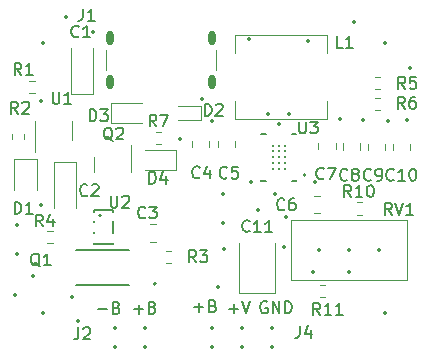
<source format=gto>
%TF.GenerationSoftware,KiCad,Pcbnew,7.0.9*%
%TF.CreationDate,2023-11-18T02:34:39+02:00*%
%TF.ProjectId,BMS_Buck-Boost,424d535f-4275-4636-9b2d-426f6f73742e,rev?*%
%TF.SameCoordinates,Original*%
%TF.FileFunction,Legend,Top*%
%TF.FilePolarity,Positive*%
%FSLAX46Y46*%
G04 Gerber Fmt 4.6, Leading zero omitted, Abs format (unit mm)*
G04 Created by KiCad (PCBNEW 7.0.9) date 2023-11-18 02:34:39*
%MOMM*%
%LPD*%
G01*
G04 APERTURE LIST*
%ADD10C,0.150000*%
%ADD11C,0.120000*%
%ADD12C,0.127000*%
%ADD13C,0.200000*%
%ADD14C,0.152400*%
%ADD15C,0.350000*%
%ADD16O,0.600000X1.200000*%
%ADD17C,0.200000*%
G04 APERTURE END LIST*
D10*
X162176779Y-104328866D02*
X162938684Y-104328866D01*
X162557731Y-104709819D02*
X162557731Y-103947914D01*
X163748207Y-104186009D02*
X163891064Y-104233628D01*
X163891064Y-104233628D02*
X163938683Y-104281247D01*
X163938683Y-104281247D02*
X163986302Y-104376485D01*
X163986302Y-104376485D02*
X163986302Y-104519342D01*
X163986302Y-104519342D02*
X163938683Y-104614580D01*
X163938683Y-104614580D02*
X163891064Y-104662200D01*
X163891064Y-104662200D02*
X163795826Y-104709819D01*
X163795826Y-104709819D02*
X163414874Y-104709819D01*
X163414874Y-104709819D02*
X163414874Y-103709819D01*
X163414874Y-103709819D02*
X163748207Y-103709819D01*
X163748207Y-103709819D02*
X163843445Y-103757438D01*
X163843445Y-103757438D02*
X163891064Y-103805057D01*
X163891064Y-103805057D02*
X163938683Y-103900295D01*
X163938683Y-103900295D02*
X163938683Y-103995533D01*
X163938683Y-103995533D02*
X163891064Y-104090771D01*
X163891064Y-104090771D02*
X163843445Y-104138390D01*
X163843445Y-104138390D02*
X163748207Y-104186009D01*
X163748207Y-104186009D02*
X163414874Y-104186009D01*
X173430588Y-103717438D02*
X173335350Y-103669819D01*
X173335350Y-103669819D02*
X173192493Y-103669819D01*
X173192493Y-103669819D02*
X173049636Y-103717438D01*
X173049636Y-103717438D02*
X172954398Y-103812676D01*
X172954398Y-103812676D02*
X172906779Y-103907914D01*
X172906779Y-103907914D02*
X172859160Y-104098390D01*
X172859160Y-104098390D02*
X172859160Y-104241247D01*
X172859160Y-104241247D02*
X172906779Y-104431723D01*
X172906779Y-104431723D02*
X172954398Y-104526961D01*
X172954398Y-104526961D02*
X173049636Y-104622200D01*
X173049636Y-104622200D02*
X173192493Y-104669819D01*
X173192493Y-104669819D02*
X173287731Y-104669819D01*
X173287731Y-104669819D02*
X173430588Y-104622200D01*
X173430588Y-104622200D02*
X173478207Y-104574580D01*
X173478207Y-104574580D02*
X173478207Y-104241247D01*
X173478207Y-104241247D02*
X173287731Y-104241247D01*
X173906779Y-104669819D02*
X173906779Y-103669819D01*
X173906779Y-103669819D02*
X174478207Y-104669819D01*
X174478207Y-104669819D02*
X174478207Y-103669819D01*
X174954398Y-104669819D02*
X174954398Y-103669819D01*
X174954398Y-103669819D02*
X175192493Y-103669819D01*
X175192493Y-103669819D02*
X175335350Y-103717438D01*
X175335350Y-103717438D02*
X175430588Y-103812676D01*
X175430588Y-103812676D02*
X175478207Y-103907914D01*
X175478207Y-103907914D02*
X175525826Y-104098390D01*
X175525826Y-104098390D02*
X175525826Y-104241247D01*
X175525826Y-104241247D02*
X175478207Y-104431723D01*
X175478207Y-104431723D02*
X175430588Y-104526961D01*
X175430588Y-104526961D02*
X175335350Y-104622200D01*
X175335350Y-104622200D02*
X175192493Y-104669819D01*
X175192493Y-104669819D02*
X174954398Y-104669819D01*
X167286779Y-104188866D02*
X168048684Y-104188866D01*
X167667731Y-104569819D02*
X167667731Y-103807914D01*
X168858207Y-104046009D02*
X169001064Y-104093628D01*
X169001064Y-104093628D02*
X169048683Y-104141247D01*
X169048683Y-104141247D02*
X169096302Y-104236485D01*
X169096302Y-104236485D02*
X169096302Y-104379342D01*
X169096302Y-104379342D02*
X169048683Y-104474580D01*
X169048683Y-104474580D02*
X169001064Y-104522200D01*
X169001064Y-104522200D02*
X168905826Y-104569819D01*
X168905826Y-104569819D02*
X168524874Y-104569819D01*
X168524874Y-104569819D02*
X168524874Y-103569819D01*
X168524874Y-103569819D02*
X168858207Y-103569819D01*
X168858207Y-103569819D02*
X168953445Y-103617438D01*
X168953445Y-103617438D02*
X169001064Y-103665057D01*
X169001064Y-103665057D02*
X169048683Y-103760295D01*
X169048683Y-103760295D02*
X169048683Y-103855533D01*
X169048683Y-103855533D02*
X169001064Y-103950771D01*
X169001064Y-103950771D02*
X168953445Y-103998390D01*
X168953445Y-103998390D02*
X168858207Y-104046009D01*
X168858207Y-104046009D02*
X168524874Y-104046009D01*
X159126779Y-104338866D02*
X159888684Y-104338866D01*
X160698207Y-104196009D02*
X160841064Y-104243628D01*
X160841064Y-104243628D02*
X160888683Y-104291247D01*
X160888683Y-104291247D02*
X160936302Y-104386485D01*
X160936302Y-104386485D02*
X160936302Y-104529342D01*
X160936302Y-104529342D02*
X160888683Y-104624580D01*
X160888683Y-104624580D02*
X160841064Y-104672200D01*
X160841064Y-104672200D02*
X160745826Y-104719819D01*
X160745826Y-104719819D02*
X160364874Y-104719819D01*
X160364874Y-104719819D02*
X160364874Y-103719819D01*
X160364874Y-103719819D02*
X160698207Y-103719819D01*
X160698207Y-103719819D02*
X160793445Y-103767438D01*
X160793445Y-103767438D02*
X160841064Y-103815057D01*
X160841064Y-103815057D02*
X160888683Y-103910295D01*
X160888683Y-103910295D02*
X160888683Y-104005533D01*
X160888683Y-104005533D02*
X160841064Y-104100771D01*
X160841064Y-104100771D02*
X160793445Y-104148390D01*
X160793445Y-104148390D02*
X160698207Y-104196009D01*
X160698207Y-104196009D02*
X160364874Y-104196009D01*
X170226779Y-104288866D02*
X170988684Y-104288866D01*
X170607731Y-104669819D02*
X170607731Y-103907914D01*
X171322017Y-103669819D02*
X171655350Y-104669819D01*
X171655350Y-104669819D02*
X171988683Y-103669819D01*
X185100933Y-87348219D02*
X184767600Y-86872028D01*
X184529505Y-87348219D02*
X184529505Y-86348219D01*
X184529505Y-86348219D02*
X184910457Y-86348219D01*
X184910457Y-86348219D02*
X185005695Y-86395838D01*
X185005695Y-86395838D02*
X185053314Y-86443457D01*
X185053314Y-86443457D02*
X185100933Y-86538695D01*
X185100933Y-86538695D02*
X185100933Y-86681552D01*
X185100933Y-86681552D02*
X185053314Y-86776790D01*
X185053314Y-86776790D02*
X185005695Y-86824409D01*
X185005695Y-86824409D02*
X184910457Y-86872028D01*
X184910457Y-86872028D02*
X184529505Y-86872028D01*
X185958076Y-86348219D02*
X185767600Y-86348219D01*
X185767600Y-86348219D02*
X185672362Y-86395838D01*
X185672362Y-86395838D02*
X185624743Y-86443457D01*
X185624743Y-86443457D02*
X185529505Y-86586314D01*
X185529505Y-86586314D02*
X185481886Y-86776790D01*
X185481886Y-86776790D02*
X185481886Y-87157742D01*
X185481886Y-87157742D02*
X185529505Y-87252980D01*
X185529505Y-87252980D02*
X185577124Y-87300600D01*
X185577124Y-87300600D02*
X185672362Y-87348219D01*
X185672362Y-87348219D02*
X185862838Y-87348219D01*
X185862838Y-87348219D02*
X185958076Y-87300600D01*
X185958076Y-87300600D02*
X186005695Y-87252980D01*
X186005695Y-87252980D02*
X186053314Y-87157742D01*
X186053314Y-87157742D02*
X186053314Y-86919647D01*
X186053314Y-86919647D02*
X186005695Y-86824409D01*
X186005695Y-86824409D02*
X185958076Y-86776790D01*
X185958076Y-86776790D02*
X185862838Y-86729171D01*
X185862838Y-86729171D02*
X185672362Y-86729171D01*
X185672362Y-86729171D02*
X185577124Y-86776790D01*
X185577124Y-86776790D02*
X185529505Y-86824409D01*
X185529505Y-86824409D02*
X185481886Y-86919647D01*
X185126333Y-85671819D02*
X184793000Y-85195628D01*
X184554905Y-85671819D02*
X184554905Y-84671819D01*
X184554905Y-84671819D02*
X184935857Y-84671819D01*
X184935857Y-84671819D02*
X185031095Y-84719438D01*
X185031095Y-84719438D02*
X185078714Y-84767057D01*
X185078714Y-84767057D02*
X185126333Y-84862295D01*
X185126333Y-84862295D02*
X185126333Y-85005152D01*
X185126333Y-85005152D02*
X185078714Y-85100390D01*
X185078714Y-85100390D02*
X185031095Y-85148009D01*
X185031095Y-85148009D02*
X184935857Y-85195628D01*
X184935857Y-85195628D02*
X184554905Y-85195628D01*
X186031095Y-84671819D02*
X185554905Y-84671819D01*
X185554905Y-84671819D02*
X185507286Y-85148009D01*
X185507286Y-85148009D02*
X185554905Y-85100390D01*
X185554905Y-85100390D02*
X185650143Y-85052771D01*
X185650143Y-85052771D02*
X185888238Y-85052771D01*
X185888238Y-85052771D02*
X185983476Y-85100390D01*
X185983476Y-85100390D02*
X186031095Y-85148009D01*
X186031095Y-85148009D02*
X186078714Y-85243247D01*
X186078714Y-85243247D02*
X186078714Y-85481342D01*
X186078714Y-85481342D02*
X186031095Y-85576580D01*
X186031095Y-85576580D02*
X185983476Y-85624200D01*
X185983476Y-85624200D02*
X185888238Y-85671819D01*
X185888238Y-85671819D02*
X185650143Y-85671819D01*
X185650143Y-85671819D02*
X185554905Y-85624200D01*
X185554905Y-85624200D02*
X185507286Y-85576580D01*
X180557142Y-94820619D02*
X180223809Y-94344428D01*
X179985714Y-94820619D02*
X179985714Y-93820619D01*
X179985714Y-93820619D02*
X180366666Y-93820619D01*
X180366666Y-93820619D02*
X180461904Y-93868238D01*
X180461904Y-93868238D02*
X180509523Y-93915857D01*
X180509523Y-93915857D02*
X180557142Y-94011095D01*
X180557142Y-94011095D02*
X180557142Y-94153952D01*
X180557142Y-94153952D02*
X180509523Y-94249190D01*
X180509523Y-94249190D02*
X180461904Y-94296809D01*
X180461904Y-94296809D02*
X180366666Y-94344428D01*
X180366666Y-94344428D02*
X179985714Y-94344428D01*
X181509523Y-94820619D02*
X180938095Y-94820619D01*
X181223809Y-94820619D02*
X181223809Y-93820619D01*
X181223809Y-93820619D02*
X181128571Y-93963476D01*
X181128571Y-93963476D02*
X181033333Y-94058714D01*
X181033333Y-94058714D02*
X180938095Y-94106333D01*
X182128571Y-93820619D02*
X182223809Y-93820619D01*
X182223809Y-93820619D02*
X182319047Y-93868238D01*
X182319047Y-93868238D02*
X182366666Y-93915857D01*
X182366666Y-93915857D02*
X182414285Y-94011095D01*
X182414285Y-94011095D02*
X182461904Y-94201571D01*
X182461904Y-94201571D02*
X182461904Y-94439666D01*
X182461904Y-94439666D02*
X182414285Y-94630142D01*
X182414285Y-94630142D02*
X182366666Y-94725380D01*
X182366666Y-94725380D02*
X182319047Y-94773000D01*
X182319047Y-94773000D02*
X182223809Y-94820619D01*
X182223809Y-94820619D02*
X182128571Y-94820619D01*
X182128571Y-94820619D02*
X182033333Y-94773000D01*
X182033333Y-94773000D02*
X181985714Y-94725380D01*
X181985714Y-94725380D02*
X181938095Y-94630142D01*
X181938095Y-94630142D02*
X181890476Y-94439666D01*
X181890476Y-94439666D02*
X181890476Y-94201571D01*
X181890476Y-94201571D02*
X181938095Y-94011095D01*
X181938095Y-94011095D02*
X181985714Y-93915857D01*
X181985714Y-93915857D02*
X182033333Y-93868238D01*
X182033333Y-93868238D02*
X182128571Y-93820619D01*
X163133333Y-96559580D02*
X163085714Y-96607200D01*
X163085714Y-96607200D02*
X162942857Y-96654819D01*
X162942857Y-96654819D02*
X162847619Y-96654819D01*
X162847619Y-96654819D02*
X162704762Y-96607200D01*
X162704762Y-96607200D02*
X162609524Y-96511961D01*
X162609524Y-96511961D02*
X162561905Y-96416723D01*
X162561905Y-96416723D02*
X162514286Y-96226247D01*
X162514286Y-96226247D02*
X162514286Y-96083390D01*
X162514286Y-96083390D02*
X162561905Y-95892914D01*
X162561905Y-95892914D02*
X162609524Y-95797676D01*
X162609524Y-95797676D02*
X162704762Y-95702438D01*
X162704762Y-95702438D02*
X162847619Y-95654819D01*
X162847619Y-95654819D02*
X162942857Y-95654819D01*
X162942857Y-95654819D02*
X163085714Y-95702438D01*
X163085714Y-95702438D02*
X163133333Y-95750057D01*
X163466667Y-95654819D02*
X164085714Y-95654819D01*
X164085714Y-95654819D02*
X163752381Y-96035771D01*
X163752381Y-96035771D02*
X163895238Y-96035771D01*
X163895238Y-96035771D02*
X163990476Y-96083390D01*
X163990476Y-96083390D02*
X164038095Y-96131009D01*
X164038095Y-96131009D02*
X164085714Y-96226247D01*
X164085714Y-96226247D02*
X164085714Y-96464342D01*
X164085714Y-96464342D02*
X164038095Y-96559580D01*
X164038095Y-96559580D02*
X163990476Y-96607200D01*
X163990476Y-96607200D02*
X163895238Y-96654819D01*
X163895238Y-96654819D02*
X163609524Y-96654819D01*
X163609524Y-96654819D02*
X163514286Y-96607200D01*
X163514286Y-96607200D02*
X163466667Y-96559580D01*
X154204761Y-100720057D02*
X154109523Y-100672438D01*
X154109523Y-100672438D02*
X154014285Y-100577200D01*
X154014285Y-100577200D02*
X153871428Y-100434342D01*
X153871428Y-100434342D02*
X153776190Y-100386723D01*
X153776190Y-100386723D02*
X153680952Y-100386723D01*
X153728571Y-100624819D02*
X153633333Y-100577200D01*
X153633333Y-100577200D02*
X153538095Y-100481961D01*
X153538095Y-100481961D02*
X153490476Y-100291485D01*
X153490476Y-100291485D02*
X153490476Y-99958152D01*
X153490476Y-99958152D02*
X153538095Y-99767676D01*
X153538095Y-99767676D02*
X153633333Y-99672438D01*
X153633333Y-99672438D02*
X153728571Y-99624819D01*
X153728571Y-99624819D02*
X153919047Y-99624819D01*
X153919047Y-99624819D02*
X154014285Y-99672438D01*
X154014285Y-99672438D02*
X154109523Y-99767676D01*
X154109523Y-99767676D02*
X154157142Y-99958152D01*
X154157142Y-99958152D02*
X154157142Y-100291485D01*
X154157142Y-100291485D02*
X154109523Y-100481961D01*
X154109523Y-100481961D02*
X154014285Y-100577200D01*
X154014285Y-100577200D02*
X153919047Y-100624819D01*
X153919047Y-100624819D02*
X153728571Y-100624819D01*
X155109523Y-100624819D02*
X154538095Y-100624819D01*
X154823809Y-100624819D02*
X154823809Y-99624819D01*
X154823809Y-99624819D02*
X154728571Y-99767676D01*
X154728571Y-99767676D02*
X154633333Y-99862914D01*
X154633333Y-99862914D02*
X154538095Y-99910533D01*
X152068305Y-96263619D02*
X152068305Y-95263619D01*
X152068305Y-95263619D02*
X152306400Y-95263619D01*
X152306400Y-95263619D02*
X152449257Y-95311238D01*
X152449257Y-95311238D02*
X152544495Y-95406476D01*
X152544495Y-95406476D02*
X152592114Y-95501714D01*
X152592114Y-95501714D02*
X152639733Y-95692190D01*
X152639733Y-95692190D02*
X152639733Y-95835047D01*
X152639733Y-95835047D02*
X152592114Y-96025523D01*
X152592114Y-96025523D02*
X152544495Y-96120761D01*
X152544495Y-96120761D02*
X152449257Y-96216000D01*
X152449257Y-96216000D02*
X152306400Y-96263619D01*
X152306400Y-96263619D02*
X152068305Y-96263619D01*
X153592114Y-96263619D02*
X153020686Y-96263619D01*
X153306400Y-96263619D02*
X153306400Y-95263619D01*
X153306400Y-95263619D02*
X153211162Y-95406476D01*
X153211162Y-95406476D02*
X153115924Y-95501714D01*
X153115924Y-95501714D02*
X153020686Y-95549333D01*
X171957142Y-97702080D02*
X171909523Y-97749700D01*
X171909523Y-97749700D02*
X171766666Y-97797319D01*
X171766666Y-97797319D02*
X171671428Y-97797319D01*
X171671428Y-97797319D02*
X171528571Y-97749700D01*
X171528571Y-97749700D02*
X171433333Y-97654461D01*
X171433333Y-97654461D02*
X171385714Y-97559223D01*
X171385714Y-97559223D02*
X171338095Y-97368747D01*
X171338095Y-97368747D02*
X171338095Y-97225890D01*
X171338095Y-97225890D02*
X171385714Y-97035414D01*
X171385714Y-97035414D02*
X171433333Y-96940176D01*
X171433333Y-96940176D02*
X171528571Y-96844938D01*
X171528571Y-96844938D02*
X171671428Y-96797319D01*
X171671428Y-96797319D02*
X171766666Y-96797319D01*
X171766666Y-96797319D02*
X171909523Y-96844938D01*
X171909523Y-96844938D02*
X171957142Y-96892557D01*
X172909523Y-97797319D02*
X172338095Y-97797319D01*
X172623809Y-97797319D02*
X172623809Y-96797319D01*
X172623809Y-96797319D02*
X172528571Y-96940176D01*
X172528571Y-96940176D02*
X172433333Y-97035414D01*
X172433333Y-97035414D02*
X172338095Y-97083033D01*
X173861904Y-97797319D02*
X173290476Y-97797319D01*
X173576190Y-97797319D02*
X173576190Y-96797319D01*
X173576190Y-96797319D02*
X173480952Y-96940176D01*
X173480952Y-96940176D02*
X173385714Y-97035414D01*
X173385714Y-97035414D02*
X173290476Y-97083033D01*
X157491133Y-81233180D02*
X157443514Y-81280800D01*
X157443514Y-81280800D02*
X157300657Y-81328419D01*
X157300657Y-81328419D02*
X157205419Y-81328419D01*
X157205419Y-81328419D02*
X157062562Y-81280800D01*
X157062562Y-81280800D02*
X156967324Y-81185561D01*
X156967324Y-81185561D02*
X156919705Y-81090323D01*
X156919705Y-81090323D02*
X156872086Y-80899847D01*
X156872086Y-80899847D02*
X156872086Y-80756990D01*
X156872086Y-80756990D02*
X156919705Y-80566514D01*
X156919705Y-80566514D02*
X156967324Y-80471276D01*
X156967324Y-80471276D02*
X157062562Y-80376038D01*
X157062562Y-80376038D02*
X157205419Y-80328419D01*
X157205419Y-80328419D02*
X157300657Y-80328419D01*
X157300657Y-80328419D02*
X157443514Y-80376038D01*
X157443514Y-80376038D02*
X157491133Y-80423657D01*
X158443514Y-81328419D02*
X157872086Y-81328419D01*
X158157800Y-81328419D02*
X158157800Y-80328419D01*
X158157800Y-80328419D02*
X158062562Y-80471276D01*
X158062562Y-80471276D02*
X157967324Y-80566514D01*
X157967324Y-80566514D02*
X157872086Y-80614133D01*
X157832466Y-78906019D02*
X157832466Y-79620304D01*
X157832466Y-79620304D02*
X157784847Y-79763161D01*
X157784847Y-79763161D02*
X157689609Y-79858400D01*
X157689609Y-79858400D02*
X157546752Y-79906019D01*
X157546752Y-79906019D02*
X157451514Y-79906019D01*
X158832466Y-79906019D02*
X158261038Y-79906019D01*
X158546752Y-79906019D02*
X158546752Y-78906019D01*
X158546752Y-78906019D02*
X158451514Y-79048876D01*
X158451514Y-79048876D02*
X158356276Y-79144114D01*
X158356276Y-79144114D02*
X158261038Y-79191733D01*
X152639733Y-84503419D02*
X152306400Y-84027228D01*
X152068305Y-84503419D02*
X152068305Y-83503419D01*
X152068305Y-83503419D02*
X152449257Y-83503419D01*
X152449257Y-83503419D02*
X152544495Y-83551038D01*
X152544495Y-83551038D02*
X152592114Y-83598657D01*
X152592114Y-83598657D02*
X152639733Y-83693895D01*
X152639733Y-83693895D02*
X152639733Y-83836752D01*
X152639733Y-83836752D02*
X152592114Y-83931990D01*
X152592114Y-83931990D02*
X152544495Y-83979609D01*
X152544495Y-83979609D02*
X152449257Y-84027228D01*
X152449257Y-84027228D02*
X152068305Y-84027228D01*
X153592114Y-84503419D02*
X153020686Y-84503419D01*
X153306400Y-84503419D02*
X153306400Y-83503419D01*
X153306400Y-83503419D02*
X153211162Y-83646276D01*
X153211162Y-83646276D02*
X153115924Y-83741514D01*
X153115924Y-83741514D02*
X153020686Y-83789133D01*
X184157142Y-93359580D02*
X184109523Y-93407200D01*
X184109523Y-93407200D02*
X183966666Y-93454819D01*
X183966666Y-93454819D02*
X183871428Y-93454819D01*
X183871428Y-93454819D02*
X183728571Y-93407200D01*
X183728571Y-93407200D02*
X183633333Y-93311961D01*
X183633333Y-93311961D02*
X183585714Y-93216723D01*
X183585714Y-93216723D02*
X183538095Y-93026247D01*
X183538095Y-93026247D02*
X183538095Y-92883390D01*
X183538095Y-92883390D02*
X183585714Y-92692914D01*
X183585714Y-92692914D02*
X183633333Y-92597676D01*
X183633333Y-92597676D02*
X183728571Y-92502438D01*
X183728571Y-92502438D02*
X183871428Y-92454819D01*
X183871428Y-92454819D02*
X183966666Y-92454819D01*
X183966666Y-92454819D02*
X184109523Y-92502438D01*
X184109523Y-92502438D02*
X184157142Y-92550057D01*
X185109523Y-93454819D02*
X184538095Y-93454819D01*
X184823809Y-93454819D02*
X184823809Y-92454819D01*
X184823809Y-92454819D02*
X184728571Y-92597676D01*
X184728571Y-92597676D02*
X184633333Y-92692914D01*
X184633333Y-92692914D02*
X184538095Y-92740533D01*
X185728571Y-92454819D02*
X185823809Y-92454819D01*
X185823809Y-92454819D02*
X185919047Y-92502438D01*
X185919047Y-92502438D02*
X185966666Y-92550057D01*
X185966666Y-92550057D02*
X186014285Y-92645295D01*
X186014285Y-92645295D02*
X186061904Y-92835771D01*
X186061904Y-92835771D02*
X186061904Y-93073866D01*
X186061904Y-93073866D02*
X186014285Y-93264342D01*
X186014285Y-93264342D02*
X185966666Y-93359580D01*
X185966666Y-93359580D02*
X185919047Y-93407200D01*
X185919047Y-93407200D02*
X185823809Y-93454819D01*
X185823809Y-93454819D02*
X185728571Y-93454819D01*
X185728571Y-93454819D02*
X185633333Y-93407200D01*
X185633333Y-93407200D02*
X185585714Y-93359580D01*
X185585714Y-93359580D02*
X185538095Y-93264342D01*
X185538095Y-93264342D02*
X185490476Y-93073866D01*
X185490476Y-93073866D02*
X185490476Y-92835771D01*
X185490476Y-92835771D02*
X185538095Y-92645295D01*
X185538095Y-92645295D02*
X185585714Y-92550057D01*
X185585714Y-92550057D02*
X185633333Y-92502438D01*
X185633333Y-92502438D02*
X185728571Y-92454819D01*
X184004761Y-96354819D02*
X183671428Y-95878628D01*
X183433333Y-96354819D02*
X183433333Y-95354819D01*
X183433333Y-95354819D02*
X183814285Y-95354819D01*
X183814285Y-95354819D02*
X183909523Y-95402438D01*
X183909523Y-95402438D02*
X183957142Y-95450057D01*
X183957142Y-95450057D02*
X184004761Y-95545295D01*
X184004761Y-95545295D02*
X184004761Y-95688152D01*
X184004761Y-95688152D02*
X183957142Y-95783390D01*
X183957142Y-95783390D02*
X183909523Y-95831009D01*
X183909523Y-95831009D02*
X183814285Y-95878628D01*
X183814285Y-95878628D02*
X183433333Y-95878628D01*
X184290476Y-95354819D02*
X184623809Y-96354819D01*
X184623809Y-96354819D02*
X184957142Y-95354819D01*
X185814285Y-96354819D02*
X185242857Y-96354819D01*
X185528571Y-96354819D02*
X185528571Y-95354819D01*
X185528571Y-95354819D02*
X185433333Y-95497676D01*
X185433333Y-95497676D02*
X185338095Y-95592914D01*
X185338095Y-95592914D02*
X185242857Y-95640533D01*
X170046533Y-93185180D02*
X169998914Y-93232800D01*
X169998914Y-93232800D02*
X169856057Y-93280419D01*
X169856057Y-93280419D02*
X169760819Y-93280419D01*
X169760819Y-93280419D02*
X169617962Y-93232800D01*
X169617962Y-93232800D02*
X169522724Y-93137561D01*
X169522724Y-93137561D02*
X169475105Y-93042323D01*
X169475105Y-93042323D02*
X169427486Y-92851847D01*
X169427486Y-92851847D02*
X169427486Y-92708990D01*
X169427486Y-92708990D02*
X169475105Y-92518514D01*
X169475105Y-92518514D02*
X169522724Y-92423276D01*
X169522724Y-92423276D02*
X169617962Y-92328038D01*
X169617962Y-92328038D02*
X169760819Y-92280419D01*
X169760819Y-92280419D02*
X169856057Y-92280419D01*
X169856057Y-92280419D02*
X169998914Y-92328038D01*
X169998914Y-92328038D02*
X170046533Y-92375657D01*
X170951295Y-92280419D02*
X170475105Y-92280419D01*
X170475105Y-92280419D02*
X170427486Y-92756609D01*
X170427486Y-92756609D02*
X170475105Y-92708990D01*
X170475105Y-92708990D02*
X170570343Y-92661371D01*
X170570343Y-92661371D02*
X170808438Y-92661371D01*
X170808438Y-92661371D02*
X170903676Y-92708990D01*
X170903676Y-92708990D02*
X170951295Y-92756609D01*
X170951295Y-92756609D02*
X170998914Y-92851847D01*
X170998914Y-92851847D02*
X170998914Y-93089942D01*
X170998914Y-93089942D02*
X170951295Y-93185180D01*
X170951295Y-93185180D02*
X170903676Y-93232800D01*
X170903676Y-93232800D02*
X170808438Y-93280419D01*
X170808438Y-93280419D02*
X170570343Y-93280419D01*
X170570343Y-93280419D02*
X170475105Y-93232800D01*
X170475105Y-93232800D02*
X170427486Y-93185180D01*
X176222066Y-105761219D02*
X176222066Y-106475504D01*
X176222066Y-106475504D02*
X176174447Y-106618361D01*
X176174447Y-106618361D02*
X176079209Y-106713600D01*
X176079209Y-106713600D02*
X175936352Y-106761219D01*
X175936352Y-106761219D02*
X175841114Y-106761219D01*
X177126828Y-106094552D02*
X177126828Y-106761219D01*
X176888733Y-105713600D02*
X176650638Y-106427885D01*
X176650638Y-106427885D02*
X177269685Y-106427885D01*
X155279295Y-85951619D02*
X155279295Y-86761142D01*
X155279295Y-86761142D02*
X155326914Y-86856380D01*
X155326914Y-86856380D02*
X155374533Y-86904000D01*
X155374533Y-86904000D02*
X155469771Y-86951619D01*
X155469771Y-86951619D02*
X155660247Y-86951619D01*
X155660247Y-86951619D02*
X155755485Y-86904000D01*
X155755485Y-86904000D02*
X155803104Y-86856380D01*
X155803104Y-86856380D02*
X155850723Y-86761142D01*
X155850723Y-86761142D02*
X155850723Y-85951619D01*
X156850723Y-86951619D02*
X156279295Y-86951619D01*
X156565009Y-86951619D02*
X156565009Y-85951619D01*
X156565009Y-85951619D02*
X156469771Y-86094476D01*
X156469771Y-86094476D02*
X156374533Y-86189714D01*
X156374533Y-86189714D02*
X156279295Y-86237333D01*
X164063333Y-88854819D02*
X163730000Y-88378628D01*
X163491905Y-88854819D02*
X163491905Y-87854819D01*
X163491905Y-87854819D02*
X163872857Y-87854819D01*
X163872857Y-87854819D02*
X163968095Y-87902438D01*
X163968095Y-87902438D02*
X164015714Y-87950057D01*
X164015714Y-87950057D02*
X164063333Y-88045295D01*
X164063333Y-88045295D02*
X164063333Y-88188152D01*
X164063333Y-88188152D02*
X164015714Y-88283390D01*
X164015714Y-88283390D02*
X163968095Y-88331009D01*
X163968095Y-88331009D02*
X163872857Y-88378628D01*
X163872857Y-88378628D02*
X163491905Y-88378628D01*
X164396667Y-87854819D02*
X165063333Y-87854819D01*
X165063333Y-87854819D02*
X164634762Y-88854819D01*
X158424905Y-88423419D02*
X158424905Y-87423419D01*
X158424905Y-87423419D02*
X158663000Y-87423419D01*
X158663000Y-87423419D02*
X158805857Y-87471038D01*
X158805857Y-87471038D02*
X158901095Y-87566276D01*
X158901095Y-87566276D02*
X158948714Y-87661514D01*
X158948714Y-87661514D02*
X158996333Y-87851990D01*
X158996333Y-87851990D02*
X158996333Y-87994847D01*
X158996333Y-87994847D02*
X158948714Y-88185323D01*
X158948714Y-88185323D02*
X158901095Y-88280561D01*
X158901095Y-88280561D02*
X158805857Y-88375800D01*
X158805857Y-88375800D02*
X158663000Y-88423419D01*
X158663000Y-88423419D02*
X158424905Y-88423419D01*
X159329667Y-87423419D02*
X159948714Y-87423419D01*
X159948714Y-87423419D02*
X159615381Y-87804371D01*
X159615381Y-87804371D02*
X159758238Y-87804371D01*
X159758238Y-87804371D02*
X159853476Y-87851990D01*
X159853476Y-87851990D02*
X159901095Y-87899609D01*
X159901095Y-87899609D02*
X159948714Y-87994847D01*
X159948714Y-87994847D02*
X159948714Y-88232942D01*
X159948714Y-88232942D02*
X159901095Y-88328180D01*
X159901095Y-88328180D02*
X159853476Y-88375800D01*
X159853476Y-88375800D02*
X159758238Y-88423419D01*
X159758238Y-88423419D02*
X159472524Y-88423419D01*
X159472524Y-88423419D02*
X159377286Y-88375800D01*
X159377286Y-88375800D02*
X159329667Y-88328180D01*
X158227733Y-94669780D02*
X158180114Y-94717400D01*
X158180114Y-94717400D02*
X158037257Y-94765019D01*
X158037257Y-94765019D02*
X157942019Y-94765019D01*
X157942019Y-94765019D02*
X157799162Y-94717400D01*
X157799162Y-94717400D02*
X157703924Y-94622161D01*
X157703924Y-94622161D02*
X157656305Y-94526923D01*
X157656305Y-94526923D02*
X157608686Y-94336447D01*
X157608686Y-94336447D02*
X157608686Y-94193590D01*
X157608686Y-94193590D02*
X157656305Y-94003114D01*
X157656305Y-94003114D02*
X157703924Y-93907876D01*
X157703924Y-93907876D02*
X157799162Y-93812638D01*
X157799162Y-93812638D02*
X157942019Y-93765019D01*
X157942019Y-93765019D02*
X158037257Y-93765019D01*
X158037257Y-93765019D02*
X158180114Y-93812638D01*
X158180114Y-93812638D02*
X158227733Y-93860257D01*
X158608686Y-93860257D02*
X158656305Y-93812638D01*
X158656305Y-93812638D02*
X158751543Y-93765019D01*
X158751543Y-93765019D02*
X158989638Y-93765019D01*
X158989638Y-93765019D02*
X159084876Y-93812638D01*
X159084876Y-93812638D02*
X159132495Y-93860257D01*
X159132495Y-93860257D02*
X159180114Y-93955495D01*
X159180114Y-93955495D02*
X159180114Y-94050733D01*
X159180114Y-94050733D02*
X159132495Y-94193590D01*
X159132495Y-94193590D02*
X158561067Y-94765019D01*
X158561067Y-94765019D02*
X159180114Y-94765019D01*
X178233333Y-93259580D02*
X178185714Y-93307200D01*
X178185714Y-93307200D02*
X178042857Y-93354819D01*
X178042857Y-93354819D02*
X177947619Y-93354819D01*
X177947619Y-93354819D02*
X177804762Y-93307200D01*
X177804762Y-93307200D02*
X177709524Y-93211961D01*
X177709524Y-93211961D02*
X177661905Y-93116723D01*
X177661905Y-93116723D02*
X177614286Y-92926247D01*
X177614286Y-92926247D02*
X177614286Y-92783390D01*
X177614286Y-92783390D02*
X177661905Y-92592914D01*
X177661905Y-92592914D02*
X177709524Y-92497676D01*
X177709524Y-92497676D02*
X177804762Y-92402438D01*
X177804762Y-92402438D02*
X177947619Y-92354819D01*
X177947619Y-92354819D02*
X178042857Y-92354819D01*
X178042857Y-92354819D02*
X178185714Y-92402438D01*
X178185714Y-92402438D02*
X178233333Y-92450057D01*
X178566667Y-92354819D02*
X179233333Y-92354819D01*
X179233333Y-92354819D02*
X178804762Y-93354819D01*
X180233333Y-93359580D02*
X180185714Y-93407200D01*
X180185714Y-93407200D02*
X180042857Y-93454819D01*
X180042857Y-93454819D02*
X179947619Y-93454819D01*
X179947619Y-93454819D02*
X179804762Y-93407200D01*
X179804762Y-93407200D02*
X179709524Y-93311961D01*
X179709524Y-93311961D02*
X179661905Y-93216723D01*
X179661905Y-93216723D02*
X179614286Y-93026247D01*
X179614286Y-93026247D02*
X179614286Y-92883390D01*
X179614286Y-92883390D02*
X179661905Y-92692914D01*
X179661905Y-92692914D02*
X179709524Y-92597676D01*
X179709524Y-92597676D02*
X179804762Y-92502438D01*
X179804762Y-92502438D02*
X179947619Y-92454819D01*
X179947619Y-92454819D02*
X180042857Y-92454819D01*
X180042857Y-92454819D02*
X180185714Y-92502438D01*
X180185714Y-92502438D02*
X180233333Y-92550057D01*
X180804762Y-92883390D02*
X180709524Y-92835771D01*
X180709524Y-92835771D02*
X180661905Y-92788152D01*
X180661905Y-92788152D02*
X180614286Y-92692914D01*
X180614286Y-92692914D02*
X180614286Y-92645295D01*
X180614286Y-92645295D02*
X180661905Y-92550057D01*
X180661905Y-92550057D02*
X180709524Y-92502438D01*
X180709524Y-92502438D02*
X180804762Y-92454819D01*
X180804762Y-92454819D02*
X180995238Y-92454819D01*
X180995238Y-92454819D02*
X181090476Y-92502438D01*
X181090476Y-92502438D02*
X181138095Y-92550057D01*
X181138095Y-92550057D02*
X181185714Y-92645295D01*
X181185714Y-92645295D02*
X181185714Y-92692914D01*
X181185714Y-92692914D02*
X181138095Y-92788152D01*
X181138095Y-92788152D02*
X181090476Y-92835771D01*
X181090476Y-92835771D02*
X180995238Y-92883390D01*
X180995238Y-92883390D02*
X180804762Y-92883390D01*
X180804762Y-92883390D02*
X180709524Y-92931009D01*
X180709524Y-92931009D02*
X180661905Y-92978628D01*
X180661905Y-92978628D02*
X180614286Y-93073866D01*
X180614286Y-93073866D02*
X180614286Y-93264342D01*
X180614286Y-93264342D02*
X180661905Y-93359580D01*
X180661905Y-93359580D02*
X180709524Y-93407200D01*
X180709524Y-93407200D02*
X180804762Y-93454819D01*
X180804762Y-93454819D02*
X180995238Y-93454819D01*
X180995238Y-93454819D02*
X181090476Y-93407200D01*
X181090476Y-93407200D02*
X181138095Y-93359580D01*
X181138095Y-93359580D02*
X181185714Y-93264342D01*
X181185714Y-93264342D02*
X181185714Y-93073866D01*
X181185714Y-93073866D02*
X181138095Y-92978628D01*
X181138095Y-92978628D02*
X181090476Y-92931009D01*
X181090476Y-92931009D02*
X180995238Y-92883390D01*
X152334933Y-87780019D02*
X152001600Y-87303828D01*
X151763505Y-87780019D02*
X151763505Y-86780019D01*
X151763505Y-86780019D02*
X152144457Y-86780019D01*
X152144457Y-86780019D02*
X152239695Y-86827638D01*
X152239695Y-86827638D02*
X152287314Y-86875257D01*
X152287314Y-86875257D02*
X152334933Y-86970495D01*
X152334933Y-86970495D02*
X152334933Y-87113352D01*
X152334933Y-87113352D02*
X152287314Y-87208590D01*
X152287314Y-87208590D02*
X152239695Y-87256209D01*
X152239695Y-87256209D02*
X152144457Y-87303828D01*
X152144457Y-87303828D02*
X151763505Y-87303828D01*
X152715886Y-86875257D02*
X152763505Y-86827638D01*
X152763505Y-86827638D02*
X152858743Y-86780019D01*
X152858743Y-86780019D02*
X153096838Y-86780019D01*
X153096838Y-86780019D02*
X153192076Y-86827638D01*
X153192076Y-86827638D02*
X153239695Y-86875257D01*
X153239695Y-86875257D02*
X153287314Y-86970495D01*
X153287314Y-86970495D02*
X153287314Y-87065733D01*
X153287314Y-87065733D02*
X153239695Y-87208590D01*
X153239695Y-87208590D02*
X152668267Y-87780019D01*
X152668267Y-87780019D02*
X153287314Y-87780019D01*
X182233333Y-93359580D02*
X182185714Y-93407200D01*
X182185714Y-93407200D02*
X182042857Y-93454819D01*
X182042857Y-93454819D02*
X181947619Y-93454819D01*
X181947619Y-93454819D02*
X181804762Y-93407200D01*
X181804762Y-93407200D02*
X181709524Y-93311961D01*
X181709524Y-93311961D02*
X181661905Y-93216723D01*
X181661905Y-93216723D02*
X181614286Y-93026247D01*
X181614286Y-93026247D02*
X181614286Y-92883390D01*
X181614286Y-92883390D02*
X181661905Y-92692914D01*
X181661905Y-92692914D02*
X181709524Y-92597676D01*
X181709524Y-92597676D02*
X181804762Y-92502438D01*
X181804762Y-92502438D02*
X181947619Y-92454819D01*
X181947619Y-92454819D02*
X182042857Y-92454819D01*
X182042857Y-92454819D02*
X182185714Y-92502438D01*
X182185714Y-92502438D02*
X182233333Y-92550057D01*
X182709524Y-93454819D02*
X182900000Y-93454819D01*
X182900000Y-93454819D02*
X182995238Y-93407200D01*
X182995238Y-93407200D02*
X183042857Y-93359580D01*
X183042857Y-93359580D02*
X183138095Y-93216723D01*
X183138095Y-93216723D02*
X183185714Y-93026247D01*
X183185714Y-93026247D02*
X183185714Y-92645295D01*
X183185714Y-92645295D02*
X183138095Y-92550057D01*
X183138095Y-92550057D02*
X183090476Y-92502438D01*
X183090476Y-92502438D02*
X182995238Y-92454819D01*
X182995238Y-92454819D02*
X182804762Y-92454819D01*
X182804762Y-92454819D02*
X182709524Y-92502438D01*
X182709524Y-92502438D02*
X182661905Y-92550057D01*
X182661905Y-92550057D02*
X182614286Y-92645295D01*
X182614286Y-92645295D02*
X182614286Y-92883390D01*
X182614286Y-92883390D02*
X182661905Y-92978628D01*
X182661905Y-92978628D02*
X182709524Y-93026247D01*
X182709524Y-93026247D02*
X182804762Y-93073866D01*
X182804762Y-93073866D02*
X182995238Y-93073866D01*
X182995238Y-93073866D02*
X183090476Y-93026247D01*
X183090476Y-93026247D02*
X183138095Y-92978628D01*
X183138095Y-92978628D02*
X183185714Y-92883390D01*
X160356561Y-90059657D02*
X160261323Y-90012038D01*
X160261323Y-90012038D02*
X160166085Y-89916800D01*
X160166085Y-89916800D02*
X160023228Y-89773942D01*
X160023228Y-89773942D02*
X159927990Y-89726323D01*
X159927990Y-89726323D02*
X159832752Y-89726323D01*
X159880371Y-89964419D02*
X159785133Y-89916800D01*
X159785133Y-89916800D02*
X159689895Y-89821561D01*
X159689895Y-89821561D02*
X159642276Y-89631085D01*
X159642276Y-89631085D02*
X159642276Y-89297752D01*
X159642276Y-89297752D02*
X159689895Y-89107276D01*
X159689895Y-89107276D02*
X159785133Y-89012038D01*
X159785133Y-89012038D02*
X159880371Y-88964419D01*
X159880371Y-88964419D02*
X160070847Y-88964419D01*
X160070847Y-88964419D02*
X160166085Y-89012038D01*
X160166085Y-89012038D02*
X160261323Y-89107276D01*
X160261323Y-89107276D02*
X160308942Y-89297752D01*
X160308942Y-89297752D02*
X160308942Y-89631085D01*
X160308942Y-89631085D02*
X160261323Y-89821561D01*
X160261323Y-89821561D02*
X160166085Y-89916800D01*
X160166085Y-89916800D02*
X160070847Y-89964419D01*
X160070847Y-89964419D02*
X159880371Y-89964419D01*
X160689895Y-89059657D02*
X160737514Y-89012038D01*
X160737514Y-89012038D02*
X160832752Y-88964419D01*
X160832752Y-88964419D02*
X161070847Y-88964419D01*
X161070847Y-88964419D02*
X161166085Y-89012038D01*
X161166085Y-89012038D02*
X161213704Y-89059657D01*
X161213704Y-89059657D02*
X161261323Y-89154895D01*
X161261323Y-89154895D02*
X161261323Y-89250133D01*
X161261323Y-89250133D02*
X161213704Y-89392990D01*
X161213704Y-89392990D02*
X160642276Y-89964419D01*
X160642276Y-89964419D02*
X161261323Y-89964419D01*
X177937142Y-104814819D02*
X177603809Y-104338628D01*
X177365714Y-104814819D02*
X177365714Y-103814819D01*
X177365714Y-103814819D02*
X177746666Y-103814819D01*
X177746666Y-103814819D02*
X177841904Y-103862438D01*
X177841904Y-103862438D02*
X177889523Y-103910057D01*
X177889523Y-103910057D02*
X177937142Y-104005295D01*
X177937142Y-104005295D02*
X177937142Y-104148152D01*
X177937142Y-104148152D02*
X177889523Y-104243390D01*
X177889523Y-104243390D02*
X177841904Y-104291009D01*
X177841904Y-104291009D02*
X177746666Y-104338628D01*
X177746666Y-104338628D02*
X177365714Y-104338628D01*
X178889523Y-104814819D02*
X178318095Y-104814819D01*
X178603809Y-104814819D02*
X178603809Y-103814819D01*
X178603809Y-103814819D02*
X178508571Y-103957676D01*
X178508571Y-103957676D02*
X178413333Y-104052914D01*
X178413333Y-104052914D02*
X178318095Y-104100533D01*
X179841904Y-104814819D02*
X179270476Y-104814819D01*
X179556190Y-104814819D02*
X179556190Y-103814819D01*
X179556190Y-103814819D02*
X179460952Y-103957676D01*
X179460952Y-103957676D02*
X179365714Y-104052914D01*
X179365714Y-104052914D02*
X179270476Y-104100533D01*
X179843133Y-82217419D02*
X179366943Y-82217419D01*
X179366943Y-82217419D02*
X179366943Y-81217419D01*
X180700276Y-82217419D02*
X180128848Y-82217419D01*
X180414562Y-82217419D02*
X180414562Y-81217419D01*
X180414562Y-81217419D02*
X180319324Y-81360276D01*
X180319324Y-81360276D02*
X180224086Y-81455514D01*
X180224086Y-81455514D02*
X180128848Y-81503133D01*
X176138095Y-88454819D02*
X176138095Y-89264342D01*
X176138095Y-89264342D02*
X176185714Y-89359580D01*
X176185714Y-89359580D02*
X176233333Y-89407200D01*
X176233333Y-89407200D02*
X176328571Y-89454819D01*
X176328571Y-89454819D02*
X176519047Y-89454819D01*
X176519047Y-89454819D02*
X176614285Y-89407200D01*
X176614285Y-89407200D02*
X176661904Y-89359580D01*
X176661904Y-89359580D02*
X176709523Y-89264342D01*
X176709523Y-89264342D02*
X176709523Y-88454819D01*
X177090476Y-88454819D02*
X177709523Y-88454819D01*
X177709523Y-88454819D02*
X177376190Y-88835771D01*
X177376190Y-88835771D02*
X177519047Y-88835771D01*
X177519047Y-88835771D02*
X177614285Y-88883390D01*
X177614285Y-88883390D02*
X177661904Y-88931009D01*
X177661904Y-88931009D02*
X177709523Y-89026247D01*
X177709523Y-89026247D02*
X177709523Y-89264342D01*
X177709523Y-89264342D02*
X177661904Y-89359580D01*
X177661904Y-89359580D02*
X177614285Y-89407200D01*
X177614285Y-89407200D02*
X177519047Y-89454819D01*
X177519047Y-89454819D02*
X177233333Y-89454819D01*
X177233333Y-89454819D02*
X177138095Y-89407200D01*
X177138095Y-89407200D02*
X177090476Y-89359580D01*
X167433333Y-100354819D02*
X167100000Y-99878628D01*
X166861905Y-100354819D02*
X166861905Y-99354819D01*
X166861905Y-99354819D02*
X167242857Y-99354819D01*
X167242857Y-99354819D02*
X167338095Y-99402438D01*
X167338095Y-99402438D02*
X167385714Y-99450057D01*
X167385714Y-99450057D02*
X167433333Y-99545295D01*
X167433333Y-99545295D02*
X167433333Y-99688152D01*
X167433333Y-99688152D02*
X167385714Y-99783390D01*
X167385714Y-99783390D02*
X167338095Y-99831009D01*
X167338095Y-99831009D02*
X167242857Y-99878628D01*
X167242857Y-99878628D02*
X166861905Y-99878628D01*
X167766667Y-99354819D02*
X168385714Y-99354819D01*
X168385714Y-99354819D02*
X168052381Y-99735771D01*
X168052381Y-99735771D02*
X168195238Y-99735771D01*
X168195238Y-99735771D02*
X168290476Y-99783390D01*
X168290476Y-99783390D02*
X168338095Y-99831009D01*
X168338095Y-99831009D02*
X168385714Y-99926247D01*
X168385714Y-99926247D02*
X168385714Y-100164342D01*
X168385714Y-100164342D02*
X168338095Y-100259580D01*
X168338095Y-100259580D02*
X168290476Y-100307200D01*
X168290476Y-100307200D02*
X168195238Y-100354819D01*
X168195238Y-100354819D02*
X167909524Y-100354819D01*
X167909524Y-100354819D02*
X167814286Y-100307200D01*
X167814286Y-100307200D02*
X167766667Y-100259580D01*
X157463466Y-105882819D02*
X157463466Y-106597104D01*
X157463466Y-106597104D02*
X157415847Y-106739961D01*
X157415847Y-106739961D02*
X157320609Y-106835200D01*
X157320609Y-106835200D02*
X157177752Y-106882819D01*
X157177752Y-106882819D02*
X157082514Y-106882819D01*
X157892038Y-105978057D02*
X157939657Y-105930438D01*
X157939657Y-105930438D02*
X158034895Y-105882819D01*
X158034895Y-105882819D02*
X158272990Y-105882819D01*
X158272990Y-105882819D02*
X158368228Y-105930438D01*
X158368228Y-105930438D02*
X158415847Y-105978057D01*
X158415847Y-105978057D02*
X158463466Y-106073295D01*
X158463466Y-106073295D02*
X158463466Y-106168533D01*
X158463466Y-106168533D02*
X158415847Y-106311390D01*
X158415847Y-106311390D02*
X157844419Y-106882819D01*
X157844419Y-106882819D02*
X158463466Y-106882819D01*
X160189495Y-94729419D02*
X160189495Y-95538942D01*
X160189495Y-95538942D02*
X160237114Y-95634180D01*
X160237114Y-95634180D02*
X160284733Y-95681800D01*
X160284733Y-95681800D02*
X160379971Y-95729419D01*
X160379971Y-95729419D02*
X160570447Y-95729419D01*
X160570447Y-95729419D02*
X160665685Y-95681800D01*
X160665685Y-95681800D02*
X160713304Y-95634180D01*
X160713304Y-95634180D02*
X160760923Y-95538942D01*
X160760923Y-95538942D02*
X160760923Y-94729419D01*
X161189495Y-94824657D02*
X161237114Y-94777038D01*
X161237114Y-94777038D02*
X161332352Y-94729419D01*
X161332352Y-94729419D02*
X161570447Y-94729419D01*
X161570447Y-94729419D02*
X161665685Y-94777038D01*
X161665685Y-94777038D02*
X161713304Y-94824657D01*
X161713304Y-94824657D02*
X161760923Y-94919895D01*
X161760923Y-94919895D02*
X161760923Y-95015133D01*
X161760923Y-95015133D02*
X161713304Y-95157990D01*
X161713304Y-95157990D02*
X161141876Y-95729419D01*
X161141876Y-95729419D02*
X161760923Y-95729419D01*
X167732733Y-93153380D02*
X167685114Y-93201000D01*
X167685114Y-93201000D02*
X167542257Y-93248619D01*
X167542257Y-93248619D02*
X167447019Y-93248619D01*
X167447019Y-93248619D02*
X167304162Y-93201000D01*
X167304162Y-93201000D02*
X167208924Y-93105761D01*
X167208924Y-93105761D02*
X167161305Y-93010523D01*
X167161305Y-93010523D02*
X167113686Y-92820047D01*
X167113686Y-92820047D02*
X167113686Y-92677190D01*
X167113686Y-92677190D02*
X167161305Y-92486714D01*
X167161305Y-92486714D02*
X167208924Y-92391476D01*
X167208924Y-92391476D02*
X167304162Y-92296238D01*
X167304162Y-92296238D02*
X167447019Y-92248619D01*
X167447019Y-92248619D02*
X167542257Y-92248619D01*
X167542257Y-92248619D02*
X167685114Y-92296238D01*
X167685114Y-92296238D02*
X167732733Y-92343857D01*
X168589876Y-92581952D02*
X168589876Y-93248619D01*
X168351781Y-92201000D02*
X168113686Y-92915285D01*
X168113686Y-92915285D02*
X168732733Y-92915285D01*
X168161905Y-87954819D02*
X168161905Y-86954819D01*
X168161905Y-86954819D02*
X168400000Y-86954819D01*
X168400000Y-86954819D02*
X168542857Y-87002438D01*
X168542857Y-87002438D02*
X168638095Y-87097676D01*
X168638095Y-87097676D02*
X168685714Y-87192914D01*
X168685714Y-87192914D02*
X168733333Y-87383390D01*
X168733333Y-87383390D02*
X168733333Y-87526247D01*
X168733333Y-87526247D02*
X168685714Y-87716723D01*
X168685714Y-87716723D02*
X168638095Y-87811961D01*
X168638095Y-87811961D02*
X168542857Y-87907200D01*
X168542857Y-87907200D02*
X168400000Y-87954819D01*
X168400000Y-87954819D02*
X168161905Y-87954819D01*
X169114286Y-87050057D02*
X169161905Y-87002438D01*
X169161905Y-87002438D02*
X169257143Y-86954819D01*
X169257143Y-86954819D02*
X169495238Y-86954819D01*
X169495238Y-86954819D02*
X169590476Y-87002438D01*
X169590476Y-87002438D02*
X169638095Y-87050057D01*
X169638095Y-87050057D02*
X169685714Y-87145295D01*
X169685714Y-87145295D02*
X169685714Y-87240533D01*
X169685714Y-87240533D02*
X169638095Y-87383390D01*
X169638095Y-87383390D02*
X169066667Y-87954819D01*
X169066667Y-87954819D02*
X169685714Y-87954819D01*
X174893333Y-95859580D02*
X174845714Y-95907200D01*
X174845714Y-95907200D02*
X174702857Y-95954819D01*
X174702857Y-95954819D02*
X174607619Y-95954819D01*
X174607619Y-95954819D02*
X174464762Y-95907200D01*
X174464762Y-95907200D02*
X174369524Y-95811961D01*
X174369524Y-95811961D02*
X174321905Y-95716723D01*
X174321905Y-95716723D02*
X174274286Y-95526247D01*
X174274286Y-95526247D02*
X174274286Y-95383390D01*
X174274286Y-95383390D02*
X174321905Y-95192914D01*
X174321905Y-95192914D02*
X174369524Y-95097676D01*
X174369524Y-95097676D02*
X174464762Y-95002438D01*
X174464762Y-95002438D02*
X174607619Y-94954819D01*
X174607619Y-94954819D02*
X174702857Y-94954819D01*
X174702857Y-94954819D02*
X174845714Y-95002438D01*
X174845714Y-95002438D02*
X174893333Y-95050057D01*
X175750476Y-94954819D02*
X175560000Y-94954819D01*
X175560000Y-94954819D02*
X175464762Y-95002438D01*
X175464762Y-95002438D02*
X175417143Y-95050057D01*
X175417143Y-95050057D02*
X175321905Y-95192914D01*
X175321905Y-95192914D02*
X175274286Y-95383390D01*
X175274286Y-95383390D02*
X175274286Y-95764342D01*
X175274286Y-95764342D02*
X175321905Y-95859580D01*
X175321905Y-95859580D02*
X175369524Y-95907200D01*
X175369524Y-95907200D02*
X175464762Y-95954819D01*
X175464762Y-95954819D02*
X175655238Y-95954819D01*
X175655238Y-95954819D02*
X175750476Y-95907200D01*
X175750476Y-95907200D02*
X175798095Y-95859580D01*
X175798095Y-95859580D02*
X175845714Y-95764342D01*
X175845714Y-95764342D02*
X175845714Y-95526247D01*
X175845714Y-95526247D02*
X175798095Y-95431009D01*
X175798095Y-95431009D02*
X175750476Y-95383390D01*
X175750476Y-95383390D02*
X175655238Y-95335771D01*
X175655238Y-95335771D02*
X175464762Y-95335771D01*
X175464762Y-95335771D02*
X175369524Y-95383390D01*
X175369524Y-95383390D02*
X175321905Y-95431009D01*
X175321905Y-95431009D02*
X175274286Y-95526247D01*
X163449705Y-93701819D02*
X163449705Y-92701819D01*
X163449705Y-92701819D02*
X163687800Y-92701819D01*
X163687800Y-92701819D02*
X163830657Y-92749438D01*
X163830657Y-92749438D02*
X163925895Y-92844676D01*
X163925895Y-92844676D02*
X163973514Y-92939914D01*
X163973514Y-92939914D02*
X164021133Y-93130390D01*
X164021133Y-93130390D02*
X164021133Y-93273247D01*
X164021133Y-93273247D02*
X163973514Y-93463723D01*
X163973514Y-93463723D02*
X163925895Y-93558961D01*
X163925895Y-93558961D02*
X163830657Y-93654200D01*
X163830657Y-93654200D02*
X163687800Y-93701819D01*
X163687800Y-93701819D02*
X163449705Y-93701819D01*
X164878276Y-93035152D02*
X164878276Y-93701819D01*
X164640181Y-92654200D02*
X164402086Y-93368485D01*
X164402086Y-93368485D02*
X165021133Y-93368485D01*
X154443133Y-97330419D02*
X154109800Y-96854228D01*
X153871705Y-97330419D02*
X153871705Y-96330419D01*
X153871705Y-96330419D02*
X154252657Y-96330419D01*
X154252657Y-96330419D02*
X154347895Y-96378038D01*
X154347895Y-96378038D02*
X154395514Y-96425657D01*
X154395514Y-96425657D02*
X154443133Y-96520895D01*
X154443133Y-96520895D02*
X154443133Y-96663752D01*
X154443133Y-96663752D02*
X154395514Y-96758990D01*
X154395514Y-96758990D02*
X154347895Y-96806609D01*
X154347895Y-96806609D02*
X154252657Y-96854228D01*
X154252657Y-96854228D02*
X153871705Y-96854228D01*
X155300276Y-96663752D02*
X155300276Y-97330419D01*
X155062181Y-96282800D02*
X154824086Y-96997085D01*
X154824086Y-96997085D02*
X155443133Y-96997085D01*
D11*
%TO.C,R6*%
X182566542Y-86421700D02*
X183041058Y-86421700D01*
X182566542Y-87466700D02*
X183041058Y-87466700D01*
%TO.C,R5*%
X182566542Y-84643700D02*
X183041058Y-84643700D01*
X182566542Y-85688700D02*
X183041058Y-85688700D01*
%TO.C,R10*%
X181491658Y-96322500D02*
X181017142Y-96322500D01*
X181491658Y-95277500D02*
X181017142Y-95277500D01*
%TO.C,C3*%
X163538748Y-97165000D02*
X164061252Y-97165000D01*
X163538748Y-98635000D02*
X164061252Y-98635000D01*
D12*
%TO.C,Q1*%
X161736600Y-102327600D02*
X157236600Y-102327600D01*
X161736600Y-99297600D02*
X157236600Y-99297600D01*
D13*
X164026600Y-102187600D02*
G75*
G03*
X164026600Y-102187600I-100000J0D01*
G01*
D11*
%TO.C,D1*%
X153918800Y-91583800D02*
X151998800Y-91583800D01*
X151998800Y-91583800D02*
X151998800Y-94268800D01*
X153918800Y-94268800D02*
X153918800Y-91583800D01*
%TO.C,C11*%
X171090000Y-102960000D02*
X174110000Y-102960000D01*
X174110000Y-102960000D02*
X174110000Y-98750000D01*
X171090000Y-98750000D02*
X171090000Y-102960000D01*
%TO.C,C1*%
X156799000Y-86155400D02*
X158669000Y-86155400D01*
X158669000Y-86155400D02*
X158669000Y-82245400D01*
X156799000Y-82245400D02*
X156799000Y-86155400D01*
%TO.C,J1*%
X169135000Y-82393600D02*
X169135000Y-84093600D01*
X159795000Y-82393600D02*
X159795000Y-84093600D01*
%TO.C,R1*%
X153280342Y-85024700D02*
X153754858Y-85024700D01*
X153280342Y-86069700D02*
X153754858Y-86069700D01*
%TO.C,C10*%
X184095000Y-90881252D02*
X184095000Y-90358748D01*
X185565000Y-90881252D02*
X185565000Y-90358748D01*
%TO.C,RV1*%
X185250400Y-101844000D02*
X185250400Y-96774000D01*
X185250400Y-101844000D02*
X175480400Y-101844000D01*
X185250400Y-96774000D02*
X175480400Y-96774000D01*
X175480400Y-101844000D02*
X175480400Y-96774000D01*
%TO.C,C5*%
X169275000Y-90601252D02*
X169275000Y-90078748D01*
X170745000Y-90601252D02*
X170745000Y-90078748D01*
%TO.C,U1*%
X153770000Y-89240000D02*
X153770000Y-91040000D01*
X153770000Y-89240000D02*
X153770000Y-88440000D01*
X156890000Y-89240000D02*
X156890000Y-90040000D01*
X156890000Y-89240000D02*
X156890000Y-88440000D01*
%TO.C,R7*%
X163992742Y-89307500D02*
X164467258Y-89307500D01*
X163992742Y-90352500D02*
X164467258Y-90352500D01*
%TO.C,D3*%
X160220000Y-86890000D02*
X160220000Y-88590000D01*
X160220000Y-86890000D02*
X162880000Y-86890000D01*
X160220000Y-88590000D02*
X162880000Y-88590000D01*
%TO.C,C2*%
X157272000Y-91898600D02*
X155402000Y-91898600D01*
X155402000Y-91898600D02*
X155402000Y-95808600D01*
X157272000Y-95808600D02*
X157272000Y-91898600D01*
%TO.C,C7*%
X177785000Y-90801252D02*
X177785000Y-90278748D01*
X179255000Y-90801252D02*
X179255000Y-90278748D01*
%TO.C,C8*%
X179875000Y-90821252D02*
X179875000Y-90298748D01*
X181345000Y-90821252D02*
X181345000Y-90298748D01*
%TO.C,R2*%
X152897100Y-89475542D02*
X152897100Y-89950058D01*
X151852100Y-89475542D02*
X151852100Y-89950058D01*
%TO.C,C9*%
X181965000Y-90861252D02*
X181965000Y-90338748D01*
X183435000Y-90861252D02*
X183435000Y-90338748D01*
%TO.C,Q2*%
X161935600Y-92075000D02*
X161935600Y-90400000D01*
X161935600Y-92075000D02*
X161935600Y-92725000D01*
X158815600Y-92075000D02*
X158815600Y-91425000D01*
X158815600Y-92075000D02*
X158815600Y-92725000D01*
%TO.C,R11*%
X178367458Y-103341700D02*
X177892942Y-103341700D01*
X178367458Y-102296700D02*
X177892942Y-102296700D01*
%TO.C,L1*%
X170689600Y-81098200D02*
X170689600Y-82648200D01*
X170689600Y-81098200D02*
X178509600Y-81098200D01*
X170689600Y-88218200D02*
X170689600Y-86668200D01*
X170689600Y-88218200D02*
X178509600Y-88218200D01*
X178509600Y-81098200D02*
X178509600Y-82648200D01*
X178509600Y-88218200D02*
X178509600Y-86668200D01*
D12*
%TO.C,U3*%
X175920000Y-93480000D02*
X175530000Y-93480000D01*
X175920000Y-93420000D02*
X175920000Y-93480000D01*
X175920000Y-89480000D02*
X175920000Y-89540000D01*
X175530000Y-89480000D02*
X175920000Y-89480000D01*
X173310000Y-93480000D02*
X172920000Y-93480000D01*
X172920000Y-93480000D02*
X172920000Y-93420000D01*
X172920000Y-89540000D02*
X172920000Y-89480000D01*
X172920000Y-89480000D02*
X173310000Y-89480000D01*
D13*
X176720000Y-92980000D02*
G75*
G03*
X176720000Y-92980000I-100000J0D01*
G01*
D11*
%TO.C,R3*%
X165337258Y-100422500D02*
X164862742Y-100422500D01*
X165337258Y-99377500D02*
X164862742Y-99377500D01*
D14*
%TO.C,U2*%
X160410000Y-95978000D02*
X160410000Y-96072000D01*
X158790000Y-95978000D02*
X160410000Y-95978000D01*
X158790000Y-96072000D02*
X158790000Y-95978000D01*
X160410000Y-96878000D02*
X160410000Y-97922000D01*
X158790000Y-96972000D02*
X158790000Y-96878000D01*
X158790000Y-97922000D02*
X158790000Y-97828000D01*
X160410000Y-98728000D02*
X160410000Y-98822000D01*
X160410000Y-98822000D02*
X158790000Y-98822000D01*
X158790000Y-98822000D02*
X158790000Y-98728000D01*
D12*
X159400000Y-96400000D02*
G75*
G03*
X159400000Y-96400000I-100000J0D01*
G01*
D11*
%TO.C,C4*%
X167065000Y-90591252D02*
X167065000Y-90068748D01*
X168535000Y-90591252D02*
X168535000Y-90068748D01*
%TO.C,D2*%
X167850000Y-88300000D02*
X167850000Y-87100000D01*
X165890000Y-88300000D02*
X167850000Y-88300000D01*
X165890000Y-87100000D02*
X167850000Y-87100000D01*
%TO.C,C6*%
X177921252Y-96235000D02*
X177398748Y-96235000D01*
X177921252Y-94765000D02*
X177398748Y-94765000D01*
%TO.C,D4*%
X165744800Y-92518600D02*
X165744800Y-90818600D01*
X165744800Y-92518600D02*
X163084800Y-92518600D01*
X165744800Y-90818600D02*
X163084800Y-90818600D01*
%TO.C,R4*%
X154829742Y-97699300D02*
X155304258Y-97699300D01*
X154829742Y-98744300D02*
X155304258Y-98744300D01*
%TD*%
D15*
X177300000Y-101200000D03*
X154300000Y-95500000D03*
X175000000Y-96500000D03*
X169700000Y-94600000D03*
X180400000Y-101200000D03*
X181600000Y-88300000D03*
X185300000Y-88300000D03*
X168800000Y-88400000D03*
X172700000Y-95900000D03*
X152300000Y-99700000D03*
X154300000Y-86700000D03*
X175330000Y-87850000D03*
X173500000Y-87800000D03*
X153600000Y-101500000D03*
X179600000Y-88200000D03*
X152100000Y-103100000D03*
X157400000Y-105300000D03*
X174440000Y-88620000D03*
X169300000Y-102500000D03*
X166100000Y-89900000D03*
X174900000Y-99100000D03*
X156400000Y-79600000D03*
X152300000Y-97200000D03*
X156900000Y-103300000D03*
X171900000Y-81500000D03*
X169800000Y-99200000D03*
X183700000Y-88400000D03*
X174100000Y-94600000D03*
X176900000Y-81600000D03*
X167900000Y-86500000D03*
X180800000Y-80000000D03*
X169700000Y-97000000D03*
X172050000Y-93540000D03*
X185500000Y-83900000D03*
X158700000Y-80900000D03*
X177500000Y-93600000D03*
D16*
X168785000Y-85143600D03*
X168785000Y-81343600D03*
X160145000Y-85143600D03*
X160145000Y-81343600D03*
D15*
X177825400Y-99314000D03*
X180365400Y-99314000D03*
X182905400Y-99314000D03*
X183388000Y-104622600D03*
X173888400Y-105900000D03*
X173888400Y-107551000D03*
X171348400Y-105900000D03*
X171348400Y-107551000D03*
X168808400Y-105900000D03*
X168808400Y-107551000D03*
X154432000Y-81788000D03*
D17*
X174920000Y-92480000D03*
X174420000Y-92480000D03*
X173920000Y-92480000D03*
X174920000Y-91980000D03*
X174420000Y-91980000D03*
X173920000Y-91980000D03*
X174920000Y-91480000D03*
X174420000Y-91480000D03*
X173920000Y-91480000D03*
X174920000Y-90980000D03*
X174420000Y-90980000D03*
X173920000Y-90980000D03*
X174920000Y-90480000D03*
X174420000Y-90480000D03*
X173920000Y-90480000D03*
D15*
X163080000Y-105920000D03*
X163080000Y-107571000D03*
X160540000Y-105920000D03*
X160540000Y-107571000D03*
X154432000Y-104622600D03*
X183388000Y-81788000D03*
M02*

</source>
